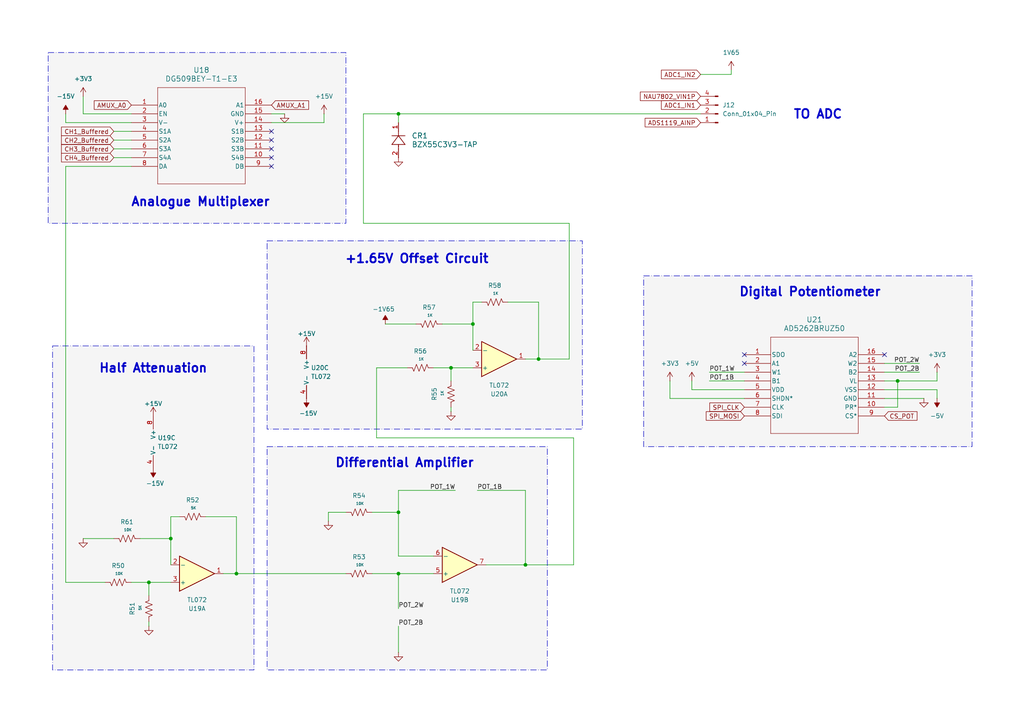
<source format=kicad_sch>
(kicad_sch (version 20250114) (generator "eeschema") (generator_version "9.0")
  (paper "A4")
  (lib_symbols
    (symbol "2025-04-14_09-42-54:DG509BEY-T1-E3" (pin_names (offset 0.254))
      (property "Reference" "U" (at 20.32 10.16 0))
      (property "Value" "DG509BEY-T1-E3" (at 20.32 7.62 0))
      (symbol "DG509BEY-T1-E3_0_1"
        (polyline (pts (xy 7.62 5.08) (xy 7.62 -22.86)) (stroke (width 0.127)))
        (polyline (pts (xy 7.62 -22.86) (xy 33.02 -22.86)) (stroke (width 0.127)))
        (polyline (pts (xy 33.02 5.08) (xy 7.62 5.08)) (stroke (width 0.127)))
        (polyline (pts (xy 33.02 -22.86) (xy 33.02 5.08)) (stroke (width 0.127)))
        (pin bidirectional line (at 0 0 0) (length 7.62) (name "A0") (number "1"))
        (pin unspecified line (at 0 -2.54 0) (length 7.62) (name "EN") (number "2"))
        (pin power_in line (at 0 -5.08 0) (length 7.62) (name "V-") (number "3"))
        (pin bidirectional line (at 0 -7.62 0) (length 7.62) (name "S1A") (number "4"))
        (pin bidirectional line (at 0 -10.16 0) (length 7.62) (name "S2A") (number "5"))
        (pin bidirectional line (at 0 -12.7 0) (length 7.62) (name "S3A") (number "6"))
        (pin bidirectional line (at 0 -15.24 0) (length 7.62) (name "S4A") (number "7"))
        (pin unspecified line (at 0 -17.78 0) (length 7.62) (name "DA") (number "8"))
        (pin bidirectional line (at 40.64 0 180) (length 7.62) (name "A1") (number "16"))
        (pin power_out line (at 40.64 -2.54 180) (length 7.62) (name "GND") (number "15"))
        (pin power_in line (at 40.64 -5.08 180) (length 7.62) (name "V+") (number "14"))
        (pin bidirectional line (at 40.64 -7.62 180) (length 7.62) (name "S1B") (number "13"))
        (pin bidirectional line (at 40.64 -10.16 180) (length 7.62) (name "S2B") (number "12"))
        (pin bidirectional line (at 40.64 -12.7 180) (length 7.62) (name "S3B") (number "11"))
        (pin bidirectional line (at 40.64 -15.24 180) (length 7.62) (name "S4B") (number "10"))
        (pin unspecified line (at 40.64 -17.78 180) (length 7.62) (name "DB") (number "9"))
      )
    )
    (symbol "2025-05-04_10-40-06:AD5262BRUZ50" (pin_names (offset 0.254))
      (property "Reference" "U" (at 20.32 10.16 0))
      (property "Value" "AD5262BRUZ50" (at 20.32 7.62 0))
      (symbol "AD5262BRUZ50_0_1"
        (polyline (pts (xy 7.62 5.08) (xy 7.62 -22.86)) (stroke (width 0.127)))
        (polyline (pts (xy 7.62 -22.86) (xy 33.02 -22.86)) (stroke (width 0.127)))
        (polyline (pts (xy 33.02 5.08) (xy 7.62 5.08)) (stroke (width 0.127)))
        (polyline (pts (xy 33.02 -22.86) (xy 33.02 5.08)) (stroke (width 0.127)))
        (pin unspecified line (at 0 0 0) (length 7.62) (name "SDO") (number "1"))
        (pin unspecified line (at 0 -2.54 0) (length 7.62) (name "A1") (number "2"))
        (pin unspecified line (at 0 -5.08 0) (length 7.62) (name "W1") (number "3"))
        (pin unspecified line (at 0 -7.62 0) (length 7.62) (name "B1") (number "4"))
        (pin power_in line (at 0 -10.16 0) (length 7.62) (name "VDD") (number "5"))
        (pin unspecified line (at 0 -12.7 0) (length 7.62) (name "SHDN*") (number "6"))
        (pin unspecified line (at 0 -15.24 0) (length 7.62) (name "CLK") (number "7"))
        (pin unspecified line (at 0 -17.78 0) (length 7.62) (name "SDI") (number "8"))
        (pin unspecified line (at 40.64 0 180) (length 7.62) (name "A2") (number "16"))
        (pin unspecified line (at 40.64 -2.54 180) (length 7.62) (name "W2") (number "15"))
        (pin unspecified line (at 40.64 -5.08 180) (length 7.62) (name "B2") (number "14"))
        (pin power_in line (at 40.64 -7.62 180) (length 7.62) (name "VL") (number "13"))
        (pin power_in line (at 40.64 -10.16 180) (length 7.62) (name "VSS") (number "12"))
        (pin unspecified line (at 40.64 -12.7 180) (length 7.62) (name "GND") (number "11"))
        (pin unspecified line (at 40.64 -15.24 180) (length 7.62) (name "PR*") (number "10"))
        (pin unspecified line (at 40.64 -17.78 180) (length 7.62) (name "CS*") (number "9"))
      )
    )
    (symbol "2025-05-04_11-12-57:BZX55C3V3-TAP" (pin_names (offset 0.254))
      (property "Reference" "CR" (at 5.08 4.445 0))
      (property "Value" "BZX55C3V3-TAP" (at 5.08 -3.81 0))
      (symbol "BZX55C3V3-TAP_1_1"
        (polyline (pts (xy 2.54 0) (xy 3.4798 0)) (stroke (width 0.2032)))
        (polyline (pts (xy 3.175 0) (xy 3.81 0)) (stroke (width 0.2032)))
        (polyline (pts (xy 3.81 1.905) (xy 3.81 -1.905)) (stroke (width 0.2032)))
        (polyline (pts (xy 3.81 -1.905) (xy 6.35 0)) (stroke (width 0.2032)))
        (polyline (pts (xy 6.35 0) (xy 3.81 1.905)) (stroke (width 0.2032)))
        (polyline (pts (xy 6.35 0) (xy 7.62 0)) (stroke (width 0.2032)))
        (polyline (pts (xy 6.35 -1.905) (xy 6.35 1.905)) (stroke (width 0.2032)))
        (pin unspecified line (at 0 0 0) (length 2.54) (name "") (number "2"))
        (pin unspecified line (at 10.16 0 180) (length 2.54) (name "") (number "1"))
      )
      (symbol "BZX55C3V3-TAP_1_2"
        (polyline (pts (xy -1.905 3.81) (xy 1.905 3.81)) (stroke (width 0.2032)))
        (polyline (pts (xy 0 6.35) (xy -1.905 3.81)) (stroke (width 0.2032)))
        (polyline (pts (xy 0 6.35) (xy 0 7.62)) (stroke (width 0.2032)))
        (polyline (pts (xy 0 3.175) (xy 0 3.81)) (stroke (width 0.2032)))
        (polyline (pts (xy 0 2.54) (xy 0 3.4798)) (stroke (width 0.2032)))
        (polyline (pts (xy 1.905 6.35) (xy -1.905 6.35)) (stroke (width 0.2032)))
        (polyline (pts (xy 1.905 3.81) (xy 0 6.35)) (stroke (width 0.2032)))
        (pin unspecified line (at 0 10.16 270) (length 2.54) (name "") (number "1"))
        (pin unspecified line (at 0 0 90) (length 2.54) (name "") (number "2"))
      )
    )
    (symbol "Amplifier_Operational:TL072" (pin_names (offset 0.127))
      (property "Reference" "U" (at 0 5.08 0))
      (property "Value" "TL072" (at 0 -5.08 0))
      (symbol "TL072_1_1"
        (polyline (pts (xy -5.08 5.08) (xy 5.08 0) (xy -5.08 -5.08) (xy -5.08 5.08)) (stroke (width 0.254)) (fill (type background)))
        (pin input line (at -7.62 2.54 0) (length 2.54) (name "+") (number "3"))
        (pin input line (at -7.62 -2.54 0) (length 2.54) (name "-") (number "2"))
        (pin output line (at 7.62 0 180) (length 2.54) (name "~") (number "1"))
      )
      (symbol "TL072_2_1"
        (polyline (pts (xy -5.08 5.08) (xy 5.08 0) (xy -5.08 -5.08) (xy -5.08 5.08)) (stroke (width 0.254)) (fill (type background)))
        (pin input line (at -7.62 2.54 0) (length 2.54) (name "+") (number "5"))
        (pin input line (at -7.62 -2.54 0) (length 2.54) (name "-") (number "6"))
        (pin output line (at 7.62 0 180) (length 2.54) (name "~") (number "7"))
      )
      (symbol "TL072_3_1"
        (pin power_in line (at -2.54 7.62 270) (length 3.81) (name "V+") (number "8"))
        (pin power_in line (at -2.54 -7.62 90) (length 3.81) (name "V-") (number "4"))
      )
    )
    (symbol "Connector:Conn_01x04_Pin" (pin_names (offset 1.016) (hide yes))
      (property "Reference" "J" (at 0 5.08 0))
      (property "Value" "Conn_01x04_Pin" (at 0 -7.62 0))
      (symbol "Conn_01x04_Pin_1_1"
        (rectangle (start 0.8636 2.667) (end 0 2.413) (stroke (width 0.1524)) (fill (type outline)))
        (rectangle (start 0.8636 0.127) (end 0 -0.127) (stroke (width 0.1524)) (fill (type outline)))
        (rectangle (start 0.8636 -2.413) (end 0 -2.667) (stroke (width 0.1524)) (fill (type outline)))
        (rectangle (start 0.8636 -4.953) (end 0 -5.207) (stroke (width 0.1524)) (fill (type outline)))
        (polyline (pts (xy 1.27 2.54) (xy 0.8636 2.54)) (stroke (width 0.1524)))
        (polyline (pts (xy 1.27 0) (xy 0.8636 0)) (stroke (width 0.1524)))
        (polyline (pts (xy 1.27 -2.54) (xy 0.8636 -2.54)) (stroke (width 0.1524)))
        (polyline (pts (xy 1.27 -5.08) (xy 0.8636 -5.08)) (stroke (width 0.1524)))
        (pin passive line (at 5.08 2.54 180) (length 3.81) (name "Pin_1") (number "1"))
        (pin passive line (at 5.08 0 180) (length 3.81) (name "Pin_2") (number "2"))
        (pin passive line (at 5.08 -2.54 180) (length 3.81) (name "Pin_3") (number "3"))
        (pin passive line (at 5.08 -5.08 180) (length 3.81) (name "Pin_4") (number "4"))
      )
    )
    (symbol "Device:R_US" (pin_numbers (hide yes)) (pin_names (offset 0))
      (property "Reference" "R" (at 2.54 0 90))
      (property "Value" "R_US" (at -2.54 0 90))
      (symbol "R_US_0_1"
        (polyline (pts (xy 0 2.286) (xy 0 2.54)))
        (polyline (pts (xy 0 2.286) (xy 1.016 1.905) (xy 0 1.524) (xy -1.016 1.143) (xy 0 0.762)))
        (polyline (pts (xy 0 0.762) (xy 1.016 0.381) (xy 0 0) (xy -1.016 -0.381) (xy 0 -0.762)))
        (polyline (pts (xy 0 -0.762) (xy 1.016 -1.143) (xy 0 -1.524) (xy -1.016 -1.905) (xy 0 -2.286)))
        (polyline (pts (xy 0 -2.286) (xy 0 -2.54)))
      )
      (symbol "R_US_1_1"
        (pin passive line (at 0 3.81 270) (length 1.27) (name "~") (number "1"))
        (pin passive line (at 0 -3.81 90) (length 1.27) (name "~") (number "2"))
      )
    )
    (symbol "power:+10V" (power) (pin_numbers (hide yes)) (pin_names (offset 0) (hide yes))
      (property "Value" "+10V" (at 0 3.556 0))
      (symbol "+10V_0_1"
        (polyline (pts (xy -0.762 1.27) (xy 0 2.54)))
        (polyline (pts (xy 0 2.54) (xy 0.762 1.27)))
        (polyline (pts (xy 0 0) (xy 0 2.54)))
      )
      (symbol "+10V_1_1"
        (pin power_in line (at 0 0 90) (length 0) (name "~") (number "1"))
      )
    )
    (symbol "power:+15V" (power) (pin_numbers (hide yes)) (pin_names (offset 0) (hide yes))
      (property "Value" "+15V" (at 0 3.556 0))
      (symbol "+15V_0_1"
        (polyline (pts (xy -0.762 1.27) (xy 0 2.54)))
        (polyline (pts (xy 0 2.54) (xy 0.762 1.27)))
        (polyline (pts (xy 0 0) (xy 0 2.54)))
      )
      (symbol "+15V_1_1"
        (pin power_in line (at 0 0 90) (length 0) (name "~") (number "1"))
      )
    )
    (symbol "power:+3V3" (power) (pin_numbers (hide yes)) (pin_names (offset 0) (hide yes))
      (property "Value" "+3V3" (at 0 3.556 0))
      (symbol "+3V3_0_1"
        (polyline (pts (xy -0.762 1.27) (xy 0 2.54)))
        (polyline (pts (xy 0 2.54) (xy 0.762 1.27)))
        (polyline (pts (xy 0 0) (xy 0 2.54)))
      )
      (symbol "+3V3_1_1"
        (pin power_in line (at 0 0 90) (length 0) (name "~") (number "1"))
      )
    )
    (symbol "power:+5V" (power) (pin_numbers (hide yes)) (pin_names (offset 0) (hide yes))
      (property "Value" "+5V" (at 0 3.556 0))
      (symbol "+5V_0_1"
        (polyline (pts (xy -0.762 1.27) (xy 0 2.54)))
        (polyline (pts (xy 0 2.54) (xy 0.762 1.27)))
        (polyline (pts (xy 0 0) (xy 0 2.54)))
      )
      (symbol "+5V_1_1"
        (pin power_in line (at 0 0 90) (length 0) (name "~") (number "1"))
      )
    )
    (symbol "power:-10V" (power) (pin_numbers (hide yes)) (pin_names (offset 0) (hide yes))
      (property "Value" "-10V" (at 0 3.556 0))
      (symbol "-10V_0_0"
        (pin power_in line (at 0 0 90) (length 0) (name "~") (number "1"))
      )
      (symbol "-10V_0_1"
        (polyline (pts (xy 0 0) (xy 0 1.27) (xy 0.762 1.27) (xy 0 2.54) (xy -0.762 1.27) (xy 0 1.27)) (fill (type outline)))
      )
    )
    (symbol "power:-15V" (power) (pin_numbers (hide yes)) (pin_names (offset 0) (hide yes))
      (property "Value" "-15V" (at 0 3.556 0))
      (symbol "-15V_0_0"
        (pin power_in line (at 0 0 90) (length 0) (name "~") (number "1"))
      )
      (symbol "-15V_0_1"
        (polyline (pts (xy 0 0) (xy 0 1.27) (xy 0.762 1.27) (xy 0 2.54) (xy -0.762 1.27) (xy 0 1.27)) (fill (type outline)))
      )
    )
    (symbol "power:-5V" (power) (pin_numbers (hide yes)) (pin_names (offset 0) (hide yes))
      (property "Value" "-5V" (at 0 3.556 0))
      (symbol "-5V_0_0"
        (pin power_in line (at 0 0 90) (length 0) (name "~") (number "1"))
      )
      (symbol "-5V_0_1"
        (polyline (pts (xy 0 0) (xy 0 1.27) (xy 0.762 1.27) (xy 0 2.54) (xy -0.762 1.27) (xy 0 1.27)) (fill (type outline)))
      )
    )
    (symbol "power:GND" (power) (pin_numbers (hide yes)) (pin_names (offset 0) (hide yes))
      (property "Value" "GND" (at 0 -3.81 0))
      (symbol "GND_0_1"
        (polyline (pts (xy 0 0) (xy 0 -1.27) (xy 1.27 -1.27) (xy 0 -2.54) (xy -1.27 -1.27) (xy 0 -1.27)))
      )
      (symbol "GND_1_1"
        (pin power_in line (at 0 0 270) (length 0) (name "~") (number "1"))
      )
    )
  )
  (rectangle (start 13.97 15.24) (end 100.33 64.77) (stroke (width 0) (type dash_dot)) (fill (type color) (color 0 0 0 0.04)))
  (rectangle (start 77.47 129.54) (end 158.75 194.31) (stroke (width 0) (type dash_dot)) (fill (type color) (color 0 0 0 0.04)))
  (rectangle (start 15.24 100.33) (end 73.66 194.31) (stroke (width 0) (type dash_dot)) (fill (type color) (color 0 0 0 0.04)))
  (rectangle (start 77.47 69.85) (end 168.91 124.46) (stroke (width 0) (type dash_dot)) (fill (type color) (color 0 0 0 0.04)))
  (rectangle (start 186.69 80.01) (end 281.94 129.54) (stroke (width 0) (type dash_dot)) (fill (type color) (color 0 0 0 0.04)))
  (text "Half Attenuation" (at 44.45 106.934 0) (effects (font (size 2.54 2.54) (thickness 0.508) (bold yes))))
  (text "Differential Amplifier" (at 117.348 134.366 0) (effects (font (size 2.54 2.54) (thickness 0.508) (bold yes))))
  (text "Digital Potentiometer" (at 234.95 83.312 0) (effects (font (size 2.54 2.54) (thickness 0.508) (bold yes)) (justify top)))
  (text "+1.65V Offset Circuit" (at 120.904 75.184 0) (effects (font (size 2.54 2.54) (thickness 0.508) (bold yes))))
  (text "TO ADC\n" (at 237.236 33.274 0) (effects (font (size 2.54 2.54) (thickness 0.508) (bold yes))))
  (text "Analogue Multiplexer\n" (at 58.166 58.674 0) (effects (font (size 2.54 2.54) (thickness 0.508) (bold yes))))
  (junction (at 43.18 168.91))
  (junction (at 137.16 93.98))
  (junction (at 130.81 106.68))
  (junction (at 49.53 156.21))
  (junction (at 156.21 104.14))
  (junction (at 115.57 148.59))
  (junction (at 68.58 166.37))
  (junction (at 115.57 166.37))
  (junction (at 152.4 163.83))
  (junction (at 115.57 33.02))
  (junction (at 260.35 110.49))
  (no_connect (at 78.74 38.1))
  (no_connect (at 215.9 102.87))
  (no_connect (at 78.74 40.64))
  (no_connect (at 78.74 48.26))
  (no_connect (at 78.74 43.18))
  (no_connect (at 256.54 102.87))
  (no_connect (at 78.74 45.72))
  (no_connect (at 215.9 105.41))
  (wire (pts (xy 130.81 106.68) (xy 137.16 106.68)))
  (wire (pts (xy 256.54 113.03) (xy 271.78 113.03)))
  (wire (pts (xy 78.74 33.02) (xy 82.55 33.02)))
  (wire (pts (xy 115.57 142.24) (xy 115.57 148.59)))
  (wire (pts (xy 152.4 142.24) (xy 152.4 163.83)))
  (wire (pts (xy 256.54 115.57) (xy 267.97 115.57)))
  (wire (pts (xy 43.18 168.91) (xy 43.18 172.72)))
  (wire (pts (xy 152.4 104.14) (xy 156.21 104.14)))
  (wire (pts (xy 256.54 118.11) (xy 260.35 118.11)))
  (wire (pts (xy 105.41 33.02) (xy 115.57 33.02)))
  (wire (pts (xy 115.57 161.29) (xy 115.57 148.59)))
  (wire (pts (xy 64.77 166.37) (xy 68.58 166.37)))
  (wire (pts (xy 165.1 64.77) (xy 105.41 64.77)))
  (wire (pts (xy 115.57 33.02) (xy 203.2 33.02)))
  (wire (pts (xy 68.58 149.86) (xy 68.58 166.37)))
  (wire (pts (xy 109.22 127) (xy 109.22 106.68)))
  (wire (pts (xy 152.4 163.83) (xy 166.37 163.83)))
  (wire (pts (xy 215.9 115.57) (xy 194.31 115.57)))
  (wire (pts (xy 33.02 40.64) (xy 38.1 40.64)))
  (wire (pts (xy 128.27 93.98) (xy 137.16 93.98)))
  (wire (pts (xy 19.05 48.26) (xy 38.1 48.26)))
  (wire (pts (xy 24.13 156.21) (xy 33.02 156.21)))
  (wire (pts (xy 107.95 166.37) (xy 115.57 166.37)))
  (wire (pts (xy 137.16 93.98) (xy 137.16 87.63)))
  (wire (pts (xy 111.76 93.98) (xy 120.65 93.98)))
  (wire (pts (xy 115.57 148.59) (xy 107.95 148.59)))
  (wire (pts (xy 68.58 166.37) (xy 100.33 166.37)))
  (wire (pts (xy 38.1 168.91) (xy 43.18 168.91)))
  (wire (pts (xy 271.78 113.03) (xy 271.78 115.57)))
  (wire (pts (xy 115.57 166.37) (xy 125.73 166.37)))
  (wire (pts (xy 115.57 166.37) (xy 115.57 176.53)))
  (wire (pts (xy 203.2 21.59) (xy 212.09 21.59)))
  (wire (pts (xy 33.02 45.72) (xy 38.1 45.72)))
  (wire (pts (xy 49.53 156.21) (xy 49.53 163.83)))
  (wire (pts (xy 33.02 43.18) (xy 38.1 43.18)))
  (wire (pts (xy 19.05 35.56) (xy 38.1 35.56)))
  (wire (pts (xy 166.37 127) (xy 109.22 127)))
  (wire (pts (xy 95.25 151.13) (xy 95.25 148.59)))
  (wire (pts (xy 109.22 106.68) (xy 118.11 106.68)))
  (wire (pts (xy 95.25 148.59) (xy 100.33 148.59)))
  (wire (pts (xy 165.1 104.14) (xy 156.21 104.14)))
  (wire (pts (xy 130.81 119.38) (xy 130.81 118.11)))
  (wire (pts (xy 260.35 118.11) (xy 260.35 110.49)))
  (wire (pts (xy 33.02 38.1) (xy 38.1 38.1)))
  (wire (pts (xy 105.41 64.77) (xy 105.41 33.02)))
  (wire (pts (xy 256.54 107.95) (xy 266.7 107.95)))
  (wire (pts (xy 19.05 168.91) (xy 30.48 168.91)))
  (wire (pts (xy 49.53 156.21) (xy 49.53 149.86)))
  (wire (pts (xy 271.78 110.49) (xy 271.78 107.95)))
  (wire (pts (xy 260.35 110.49) (xy 271.78 110.49)))
  (wire (pts (xy 125.73 161.29) (xy 115.57 161.29)))
  (wire (pts (xy 24.13 33.02) (xy 38.1 33.02)))
  (wire (pts (xy 215.9 113.03) (xy 200.66 113.03)))
  (wire (pts (xy 78.74 35.56) (xy 93.98 35.56)))
  (wire (pts (xy 19.05 48.26) (xy 19.05 168.91)))
  (wire (pts (xy 49.53 149.86) (xy 52.07 149.86)))
  (wire (pts (xy 166.37 163.83) (xy 166.37 127)))
  (wire (pts (xy 165.1 104.14) (xy 165.1 64.77)))
  (wire (pts (xy 24.13 27.94) (xy 24.13 33.02)))
  (wire (pts (xy 266.7 105.41) (xy 256.54 105.41)))
  (wire (pts (xy 132.08 142.24) (xy 115.57 142.24)))
  (wire (pts (xy 156.21 87.63) (xy 156.21 104.14)))
  (wire (pts (xy 40.64 156.21) (xy 49.53 156.21)))
  (wire (pts (xy 205.74 107.95) (xy 215.9 107.95)))
  (wire (pts (xy 115.57 181.61) (xy 115.57 189.23)))
  (wire (pts (xy 137.16 93.98) (xy 137.16 101.6)))
  (wire (pts (xy 93.98 33.02) (xy 93.98 35.56)))
  (wire (pts (xy 19.05 33.02) (xy 19.05 35.56)))
  (wire (pts (xy 43.18 168.91) (xy 49.53 168.91)))
  (wire (pts (xy 125.73 106.68) (xy 130.81 106.68)))
  (wire (pts (xy 115.57 33.02) (xy 115.57 35.56)))
  (wire (pts (xy 137.16 87.63) (xy 139.7 87.63)))
  (wire (pts (xy 59.69 149.86) (xy 68.58 149.86)))
  (wire (pts (xy 256.54 110.49) (xy 260.35 110.49)))
  (wire (pts (xy 212.09 21.59) (xy 212.09 20.32)))
  (wire (pts (xy 200.66 110.49) (xy 200.66 113.03)))
  (wire (pts (xy 147.32 87.63) (xy 156.21 87.63)))
  (wire (pts (xy 130.81 106.68) (xy 130.81 110.49)))
  (wire (pts (xy 152.4 163.83) (xy 140.97 163.83)))
  (wire (pts (xy 194.31 110.49) (xy 194.31 115.57)))
  (wire (pts (xy 138.43 142.24) (xy 152.4 142.24)))
  (wire (pts (xy 43.18 181.61) (xy 43.18 180.34)))
  (wire (pts (xy 205.74 110.49) (xy 215.9 110.49)))
  (label "POT_1W" (at 205.74 107.95 0))
  (label "POT_1W" (at 132.08 142.24 180))
  (label "POT_2B" (at 266.7 107.95 180))
  (label "POT_2W" (at 266.7 105.41 180))
  (label "POT_1B" (at 138.43 142.24 0))
  (label "POT_1B" (at 205.74 110.49 0))
  (label "POT_2B" (at 115.57 181.61 0))
  (label "POT_2W" (at 115.57 176.53 0))
  (global_label "AMUX_A0" (shape input) (at 38.1 30.48 180) (property "Intersheetrefs" "${INTERSHEET_REFS}" (effects (hide yes))))
  (global_label "SPI_CLK" (shape input) (at 215.9 118.11 180) (property "Intersheetrefs" "${INTERSHEET_REFS}" (effects (hide yes))))
  (global_label "CH1_Buffered" (shape input) (at 33.02 38.1 180) (property "Intersheetrefs" "${INTERSHEET_REFS}" (effects (hide yes))))
  (global_label "SPI_MOSI" (shape input) (at 215.9 120.65 180) (property "Intersheetrefs" "${INTERSHEET_REFS}" (effects (hide yes))))
  (global_label "CH4_Buffered" (shape input) (at 33.02 45.72 180) (property "Intersheetrefs" "${INTERSHEET_REFS}" (effects (hide yes))))
  (global_label "CS_POT" (shape input) (at 256.54 120.65 0) (property "Intersheetrefs" "${INTERSHEET_REFS}" (effects (hide yes))))
  (global_label "ADS1119_AINP" (shape input) (at 203.2 35.56 180) (property "Intersheetrefs" "${INTERSHEET_REFS}" (effects (hide yes))))
  (global_label "CH3_Buffered" (shape input) (at 33.02 43.18 180) (property "Intersheetrefs" "${INTERSHEET_REFS}" (effects (hide yes))))
  (global_label "ADC1_IN1" (shape input) (at 203.2 30.48 180) (property "Intersheetrefs" "${INTERSHEET_REFS}" (effects (hide yes))))
  (global_label "CH2_Buffered" (shape input) (at 33.02 40.64 180) (property "Intersheetrefs" "${INTERSHEET_REFS}" (effects (hide yes))))
  (global_label "NAU7802_VIN1P" (shape input) (at 203.2 27.94 180) (property "Intersheetrefs" "${INTERSHEET_REFS}" (effects (hide yes))))
  (global_label "ADC1_IN2" (shape input) (at 203.2 21.59 180) (property "Intersheetrefs" "${INTERSHEET_REFS}" (effects (hide yes))))
  (global_label "AMUX_A1" (shape input) (at 78.74 30.48 0) (property "Intersheetrefs" "${INTERSHEET_REFS}" (effects (hide yes))))
  (symbol (lib_id "Device:R_US") (at 143.51 87.63 90) (mirror x) (unit 1)
    (property "Reference" "R58" (at 143.51 82.804 90))
    (property "Value" "1K" (at 143.764 85.09 90) (effects (font (size 0.762 0.762))))
    (property "Footprint" "Resistor_THT:R_Axial_DIN0207_L6.3mm_D2.5mm_P10.16mm_Horizontal" (effects (hide yes)))
    (property "Description" "Resistor, US symbol" (effects (hide yes)))
  )
  (symbol (lib_id "Amplifier_Operational:TL072") (at 133.35 163.83 0) (mirror x) (unit 2)
    (property "Reference" "U19" (at 133.35 173.99 0))
    (property "Value" "TL072" (at 133.35 171.45 0))
    (property "Footprint" "kicad_footprint-library-engg3800-alvin:TL072" (effects (hide yes)))
    (property "Datasheet" "http://www.ti.com/lit/ds/symlink/tl071.pdf" (effects (hide yes)))
    (property "Description" "Dual Low-Noise JFET-Input Operational Amplifiers, DIP-8/SOIC-8" (effects (hide yes)))
    (instances (project "" (path "" (reference "U19") (unit 2))) (project "" (path "" (reference "U8") (unit 1))))
  )
  (symbol (lib_id "power:+15V") (at 93.98 33.02 0) (unit 1)
    (property "Reference" "#PWR0125" (effects (hide yes)))
    (property "Value" "+15V" (at 93.98 27.94 0))
    (property "Description" "Power symbol creates a global label with name \"+15V\"" (effects (hide yes)))
    (instances (project "" (path "" (reference "#PWR0125") (unit 1))) (project "" (path "" (reference "#PWR024") (unit 1))))
  )
  (symbol (lib_id "power:GND") (at 115.57 189.23 0) (unit 1)
    (property "Reference" "#PWR0112" (effects (hide yes)))
    (property "Value" "GND" (effects (hide yes)))
    (property "Description" "Power symbol creates a global label with name \"GND\" , ground" (effects (hide yes)))
    (instances (project "" (path "" (reference "#PWR0112") (unit 1))) (project "eaar-loggy-sensor-unit-v0" (path "" (reference "#PWR025") (unit 1))))
  )
  (symbol (lib_id "Device:R_US") (at 130.81 114.3 0) (mirror x) (unit 1)
    (property "Reference" "R55" (at 125.984 114.3 90))
    (property "Value" "1K" (at 128.27 114.046 90) (effects (font (size 0.762 0.762))))
    (property "Footprint" "Resistor_THT:R_Axial_DIN0207_L6.3mm_D2.5mm_P10.16mm_Horizontal" (effects (hide yes)))
    (property "Description" "Resistor, US symbol" (effects (hide yes)))
  )
  (symbol (lib_id "power:-5V") (at 271.78 115.57 180) (unit 1)
    (property "Reference" "#PWR0123" (effects (hide yes)))
    (property "Value" "-5V" (at 271.78 120.65 0))
    (property "Description" "Power symbol creates a global label with name \"-5V\"" (effects (hide yes)))
    (instances (project "" (path "" (reference "#PWR0123") (unit 1))) (project "" (path "" (reference "#PWR036") (unit 1))))
  )
  (symbol (lib_id "Device:R_US") (at 34.29 168.91 90) (mirror x) (unit 1)
    (property "Reference" "R50" (at 34.29 164.084 90))
    (property "Value" "10K" (at 34.544 166.37 90) (effects (font (size 0.762 0.762))))
    (property "Footprint" "Resistor_THT:R_Axial_DIN0207_L6.3mm_D2.5mm_P10.16mm_Horizontal" (effects (hide yes)))
    (property "Description" "Resistor, US symbol" (effects (hide yes)))
  )
  (symbol (lib_id "Amplifier_Operational:TL072") (at 144.78 104.14 0) (mirror x) (unit 1)
    (property "Reference" "U20" (at 144.78 114.3 0))
    (property "Value" "TL072" (at 144.78 111.76 0))
    (property "Footprint" "kicad_footprint-library-engg3800-alvin:TL072" (effects (hide yes)))
    (property "Datasheet" "http://www.ti.com/lit/ds/symlink/tl071.pdf" (effects (hide yes)))
    (property "Description" "Dual Low-Noise JFET-Input Operational Amplifiers, DIP-8/SOIC-8" (effects (hide yes)))
    (instances (project "" (path "" (reference "U20") (unit 1))) (project "eaar-loggy-sensor-unit-v0" (path "" (reference "U8") (unit 2))))
  )
  (symbol (lib_id "power:GND") (at 267.97 115.57 0) (unit 1)
    (property "Reference" "#PWR0124" (effects (hide yes)))
    (property "Value" "GND" (effects (hide yes)))
    (property "Description" "Power symbol creates a global label with name \"GND\" , ground" (effects (hide yes)))
    (instances (project "" (path "" (reference "#PWR0124") (unit 1))) (project "eaar-loggy-sensor-unit-v1" (path "" (reference "#PWR038") (unit 1))))
  )
  (symbol (lib_id "power:+3V3") (at 194.31 110.49 0) (unit 1)
    (property "Reference" "#PWR099" (effects (hide yes)))
    (property "Value" "+3V3" (at 194.31 105.41 0))
    (property "Description" "Power symbol creates a global label with name \"+3V3\"" (effects (hide yes)))
  )
  (symbol (lib_id "power:-15V") (at 19.05 33.02 0) (unit 1)
    (property "Reference" "#PWR0126" (effects (hide yes)))
    (property "Value" "-15V" (at 19.05 27.94 0))
    (property "Description" "Power symbol creates a global label with name \"-15V\"" (effects (hide yes)))
    (instances (project "" (path "" (reference "#PWR0126") (unit 1))) (project "" (path "" (reference "#PWR015") (unit 1))))
  )
  (symbol (lib_id "power:GND") (at 130.81 119.38 0) (unit 1)
    (property "Reference" "#PWR0113" (effects (hide yes)))
    (property "Value" "GND" (effects (hide yes)))
    (property "Description" "Power symbol creates a global label with name \"GND\" , ground" (effects (hide yes)))
    (instances (project "" (path "" (reference "#PWR0113") (unit 1))) (project "eaar-loggy-sensor-unit-v0" (path "" (reference "#PWR026") (unit 1))))
  )
  (symbol (lib_id "power:GND") (at 43.18 181.61 0) (unit 1)
    (property "Reference" "#PWR0121" (effects (hide yes)))
    (property "Value" "GND" (effects (hide yes)))
    (property "Description" "Power symbol creates a global label with name \"GND\" , ground" (effects (hide yes)))
    (instances (project "" (path "" (reference "#PWR0121") (unit 1))) (project "eaar-loggy-sensor-unit-v1" (path "" (reference "#PWR032") (unit 1))))
  )
  (symbol (lib_id "power:-10V") (at 111.76 93.98 0) (unit 1)
    (property "Reference" "#PWR0116" (effects (hide yes)))
    (property "Value" "-1V65" (at 111.252 89.662 0))
    (property "Description" "Power symbol creates a global label with name \"-10V\"" (effects (hide yes)))
    (instances (project "" (path "" (reference "#PWR0116") (unit 1))) (project "eaar-loggy-sensor-unit-v0" (path "" (reference "#PWR023") (unit 1))))
  )
  (symbol (lib_id "Device:R_US") (at 104.14 148.59 90) (mirror x) (unit 1)
    (property "Reference" "R54" (at 104.14 143.764 90))
    (property "Value" "10K" (at 104.394 146.05 90) (effects (font (size 0.762 0.762))))
    (property "Footprint" "Resistor_THT:R_Axial_DIN0207_L6.3mm_D2.5mm_P10.16mm_Horizontal" (effects (hide yes)))
    (property "Description" "Resistor, US symbol" (effects (hide yes)))
  )
  (symbol (lib_id "power:GND") (at 82.55 33.02 0) (unit 1)
    (property "Reference" "#PWR0127" (effects (hide yes)))
    (property "Value" "GND" (effects (hide yes)))
    (property "Description" "Power symbol creates a global label with name \"GND\" , ground" (effects (hide yes)))
    (instances (project "" (path "" (reference "#PWR0127") (unit 1))) (project "eaar-loggy-sensor-unit-v0" (path "" (reference "#PWR022") (unit 1))))
  )
  (symbol (lib_id "power:+10V") (at 212.09 20.32 0) (unit 1)
    (property "Reference" "#PWR0100" (effects (hide yes)))
    (property "Value" "1V65" (at 212.09 15.24 0))
    (property "Description" "Power symbol creates a global label with name \"+10V\"" (effects (hide yes)))
  )
  (symbol (lib_id "power:-10V") (at 44.45 135.89 180) (unit 1)
    (property "Reference" "#PWR0119" (effects (hide yes)))
    (property "Value" "-15V" (at 44.958 140.208 0))
    (property "Description" "Power symbol creates a global label with name \"-10V\"" (effects (hide yes)))
    (instances (project "" (path "" (reference "#PWR0119") (unit 1))) (project "eaar-loggy-sensor-unit-v1" (path "" (reference "#PWR030") (unit 1))))
  )
  (symbol (lib_id "Amplifier_Operational:TL072") (at 57.15 166.37 0) (mirror x) (unit 1)
    (property "Reference" "U19" (at 57.15 176.53 0))
    (property "Value" "TL072" (at 57.15 173.99 0))
    (property "Footprint" "kicad_footprint-library-engg3800-alvin:TL072" (effects (hide yes)))
    (property "Datasheet" "http://www.ti.com/lit/ds/symlink/tl071.pdf" (effects (hide yes)))
    (property "Description" "Dual Low-Noise JFET-Input Operational Amplifiers, DIP-8/SOIC-8" (effects (hide yes)))
    (instances (project "" (path "" (reference "U19") (unit 1))) (project "eaar-loggy-sensor-unit-v1" (path "" (reference "U9") (unit 1))))
  )
  (symbol (lib_id "power:+10V") (at 88.9 100.33 0) (unit 1)
    (property "Reference" "#PWR0117" (effects (hide yes)))
    (property "Value" "+15V" (at 88.9 96.774 0))
    (property "Description" "Power symbol creates a global label with name \"+10V\"" (effects (hide yes)))
    (instances (project "" (path "" (reference "#PWR0117") (unit 1))) (project "eaar-loggy-sensor-unit-v0" (path "" (reference "#PWR019") (unit 1))))
  )
  (symbol (lib_id "power:+5V") (at 200.66 110.49 0) (unit 1)
    (property "Reference" "#PWR0122" (effects (hide yes)))
    (property "Value" "+5V" (at 200.66 105.41 0))
    (property "Description" "Power symbol creates a global label with name \"+5V\"" (effects (hide yes)))
    (instances (project "" (path "" (reference "#PWR0122") (unit 1))) (project "" (path "" (reference "#PWR017") (unit 1))))
  )
  (symbol (lib_id "power:+10V") (at 44.45 120.65 0) (unit 1)
    (property "Reference" "#PWR0118" (effects (hide yes)))
    (property "Value" "+15V" (at 44.45 117.094 0))
    (property "Description" "Power symbol creates a global label with name \"+10V\"" (effects (hide yes)))
    (instances (project "" (path "" (reference "#PWR0118") (unit 1))) (project "eaar-loggy-sensor-unit-v1" (path "" (reference "#PWR029") (unit 1))))
  )
  (symbol (lib_id "Device:R_US") (at 121.92 106.68 90) (mirror x) (unit 1)
    (property "Reference" "R56" (at 121.92 101.854 90))
    (property "Value" "1K" (at 122.174 104.14 90) (effects (font (size 0.762 0.762))))
    (property "Footprint" "Resistor_THT:R_Axial_DIN0207_L6.3mm_D2.5mm_P10.16mm_Horizontal" (effects (hide yes)))
    (property "Description" "Resistor, US symbol" (effects (hide yes)))
  )
  (symbol (lib_id "power:-10V") (at 88.9 115.57 180) (unit 1)
    (property "Reference" "#PWR0114" (effects (hide yes)))
    (property "Value" "-15V" (at 89.408 119.888 0))
    (property "Description" "Power symbol creates a global label with name \"-10V\"" (effects (hide yes)))
    (instances (project "" (path "" (reference "#PWR0114") (unit 1))) (project "eaar-loggy-sensor-unit-v0" (path "" (reference "#PWR020") (unit 1))))
  )
  (symbol (lib_id "power:GND") (at 24.13 156.21 0) (unit 1)
    (property "Reference" "#PWR0120" (effects (hide yes)))
    (property "Value" "GND" (effects (hide yes)))
    (property "Description" "Power symbol creates a global label with name \"GND\" , ground" (effects (hide yes)))
    (instances (project "" (path "" (reference "#PWR0120") (unit 1))) (project "eaar-loggy-sensor-unit-v1" (path "" (reference "#PWR031") (unit 1))))
  )
  (symbol (lib_id "power:GND") (at 115.57 45.72 0) (unit 1)
    (property "Reference" "#PWR0115" (effects (hide yes)))
    (property "Value" "GND" (effects (hide yes)))
    (property "Description" "Power symbol creates a global label with name \"GND\" , ground" (effects (hide yes)))
    (instances (project "" (path "" (reference "#PWR0115") (unit 1))) (project "eaar-loggy-sensor-unit-v1" (path "" (reference "#PWR039") (unit 1))))
  )
  (symbol (lib_id "Amplifier_Operational:TL072") (at 46.99 128.27 0) (unit 3)
    (property "Reference" "U19" (at 45.72 126.9999 0) (effects (justify left)))
    (property "Value" "TL072" (at 45.72 129.54 0) (effects (justify left)))
    (property "Footprint" "kicad_footprint-library-engg3800-alvin:TL072" (effects (hide yes)))
    (property "Datasheet" "http://www.ti.com/lit/ds/symlink/tl071.pdf" (effects (hide yes)))
    (property "Description" "Dual Low-Noise JFET-Input Operational Amplifiers, DIP-8/SOIC-8" (effects (hide yes)))
    (instances (project "" (path "" (reference "U19") (unit 3))) (project "eaar-loggy-sensor-unit-v1" (path "" (reference "U9") (unit 3))))
  )
  (symbol (lib_id "Device:R_US") (at 124.46 93.98 90) (mirror x) (unit 1)
    (property "Reference" "R57" (at 124.46 89.154 90))
    (property "Value" "1K" (at 124.714 91.44 90) (effects (font (size 0.762 0.762))))
    (property "Footprint" "Resistor_THT:R_Axial_DIN0207_L6.3mm_D2.5mm_P10.16mm_Horizontal" (effects (hide yes)))
    (property "Description" "Resistor, US symbol" (effects (hide yes)))
  )
  (symbol (lib_id "Connector:Conn_01x04_Pin") (at 208.28 33.02 180) (unit 1)
    (property "Reference" "J12" (at 209.55 30.4799 0) (effects (justify right)))
    (property "Value" "Conn_01x04_Pin" (at 209.55 33.0199 0) (effects (justify right)))
    (property "Footprint" "Connector_PinHeader_2.54mm:PinHeader_1x04_P2.54mm_Vertical" (effects (hide yes)))
    (property "Description" "Generic connector, single row, 01x04, script generated" (effects (hide yes)))
    (instances (project "" (path "" (reference "J12") (unit 1))) (project "" (path "" (reference "J1") (unit 1))))
  )
  (symbol (lib_id "Device:R_US") (at 36.83 156.21 90) (mirror x) (unit 1)
    (property "Reference" "R61" (at 36.83 151.384 90))
    (property "Value" "10K" (at 37.084 153.67 90) (effects (font (size 0.762 0.762))))
    (property "Footprint" "Resistor_THT:R_Axial_DIN0207_L6.3mm_D2.5mm_P10.16mm_Horizontal" (effects (hide yes)))
    (property "Description" "Resistor, US symbol" (effects (hide yes)))
  )
  (symbol (lib_id "power:+3V3") (at 24.13 27.94 0) (unit 1)
    (property "Reference" "#PWR093" (effects (hide yes)))
    (property "Value" "+3V3" (at 24.13 22.86 0))
    (property "Description" "Power symbol creates a global label with name \"+3V3\"" (effects (hide yes)))
  )
  (symbol (lib_id "Amplifier_Operational:TL072") (at 91.44 107.95 0) (unit 3)
    (property "Reference" "U20" (at 90.17 106.6799 0) (effects (justify left)))
    (property "Value" "TL072" (at 90.17 109.22 0) (effects (justify left)))
    (property "Footprint" "kicad_footprint-library-engg3800-alvin:TL072" (effects (hide yes)))
    (property "Datasheet" "http://www.ti.com/lit/ds/symlink/tl071.pdf" (effects (hide yes)))
    (property "Description" "Dual Low-Noise JFET-Input Operational Amplifiers, DIP-8/SOIC-8" (effects (hide yes)))
    (instances (project "" (path "" (reference "U20") (unit 3))) (project "eaar-loggy-sensor-unit-v0" (path "" (reference "U8") (unit 3))))
  )
  (symbol (lib_id "2025-05-04_11-12-57:BZX55C3V3-TAP") (at 115.57 45.72 90) (unit 1)
    (property "Reference" "CR1" (at 119.38 39.3699 90) (effects (font (size 1.524 1.524)) (justify right)))
    (property "Value" "BZX55C3V3-TAP" (at 119.38 41.9099 90) (effects (font (size 1.524 1.524)) (justify right)))
    (property "Footprint" "kicad_footprint-library-engg3800-alvin:DO-35_VIS" (effects (hide yes)))
    (property "Datasheet" "BZX55C3V3-TAP" (effects (hide yes)))
  )
  (symbol (lib_id "2025-05-04_10-40-06:AD5262BRUZ50") (at 215.9 102.87 0) (unit 1)
    (property "Reference" "U21" (at 236.22 92.71 0) (effects (font (size 1.524 1.524))))
    (property "Value" "AD5262BRUZ50" (at 236.22 95.25 0) (effects (font (size 1.524 1.524))))
    (property "Footprint" "kicad_footprint-library-engg3800-alvin:RU_16_ADI" (effects (hide yes)))
    (property "Datasheet" "AD5262BRUZ50" (effects (hide yes)))
    (instances (project "" (path "" (reference "U21") (unit 1))) (project "" (path "" (reference "U6") (unit 1))))
  )
  (symbol (lib_id "power:+3V3") (at 271.78 107.95 0) (unit 1)
    (property "Reference" "#PWR098" (effects (hide yes)))
    (property "Value" "+3V3" (at 271.78 102.87 0))
    (property "Description" "Power symbol creates a global label with name \"+3V3\"" (effects (hide yes)))
  )
  (symbol (lib_id "Device:R_US") (at 55.88 149.86 90) (mirror x) (unit 1)
    (property "Reference" "R52" (at 55.88 145.034 90))
    (property "Value" "5K" (at 56.134 147.32 90) (effects (font (size 0.762 0.762))))
    (property "Footprint" "Resistor_THT:R_Axial_DIN0207_L6.3mm_D2.5mm_P10.16mm_Horizontal" (effects (hide yes)))
    (property "Description" "Resistor, US symbol" (effects (hide yes)))
  )
  (symbol (lib_id "Device:R_US") (at 43.18 176.53 0) (mirror x) (unit 1)
    (property "Reference" "R51" (at 38.354 176.53 90))
    (property "Value" "5K" (at 40.64 176.276 90) (effects (font (size 0.762 0.762))))
    (property "Footprint" "Resistor_THT:R_Axial_DIN0207_L6.3mm_D2.5mm_P10.16mm_Horizontal" (effects (hide yes)))
    (property "Description" "Resistor, US symbol" (effects (hide yes)))
  )
  (symbol (lib_id "2025-04-14_09-42-54:DG509BEY-T1-E3") (at 38.1 30.48 0) (unit 1)
    (property "Reference" "U18" (at 58.42 20.32 0) (effects (font (size 1.524 1.524))))
    (property "Value" "DG509BEY-T1-E3" (at 58.42 22.86 0) (effects (font (size 1.524 1.524))))
    (property "Footprint" "kicad_footprint-library-engg3800-alvin:SOIC_8BEY-T1-E3_VIS" (effects (hide yes)))
    (property "Datasheet" "DG509BEY-T1-E3" (effects (hide yes)))
    (instances (project "" (path "" (reference "U18") (unit 1))) (project "" (path "" (reference "U7") (unit 1))))
  )
  (symbol (lib_id "power:GND") (at 95.25 151.13 0) (unit 1)
    (property "Reference" "#PWR0111" (effects (hide yes)))
    (property "Value" "GND" (effects (hide yes)))
    (property "Description" "Power symbol creates a global label with name \"GND\" , ground" (effects (hide yes)))
    (instances (project "" (path "" (reference "#PWR0111") (unit 1))) (project "eaar-loggy-sensor-unit-v0" (path "" (reference "#PWR021") (unit 1))))
  )
  (symbol (lib_id "Device:R_US") (at 104.14 166.37 90) (mirror x) (unit 1)
    (property "Reference" "R53" (at 104.14 161.544 90))
    (property "Value" "10K" (at 104.394 163.83 90) (effects (font (size 0.762 0.762))))
    (property "Footprint" "Resistor_THT:R_Axial_DIN0207_L6.3mm_D2.5mm_P10.16mm_Horizontal" (effects (hide yes)))
    (property "Description" "Resistor, US symbol" (effects (hide yes)))
  )
)
</source>
